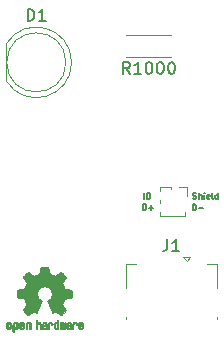
<source format=gbr>
%TF.GenerationSoftware,KiCad,Pcbnew,6.0.6*%
%TF.CreationDate,2022-07-13T22:25:43+03:00*%
%TF.ProjectId,led.d,6c65642e-642e-46b6-9963-61645f706362,0*%
%TF.SameCoordinates,Original*%
%TF.FileFunction,Legend,Top*%
%TF.FilePolarity,Positive*%
%FSLAX46Y46*%
G04 Gerber Fmt 4.6, Leading zero omitted, Abs format (unit mm)*
G04 Created by KiCad (PCBNEW 6.0.6) date 2022-07-13 22:25:43*
%MOMM*%
%LPD*%
G01*
G04 APERTURE LIST*
%ADD10C,0.127000*%
%ADD11C,0.150000*%
%ADD12C,0.120000*%
%ADD13C,0.010000*%
G04 APERTURE END LIST*
D10*
X74445304Y-272991319D02*
X74445304Y-272483319D01*
X74566256Y-272483319D01*
X74638828Y-272507510D01*
X74687208Y-272555890D01*
X74711399Y-272604271D01*
X74735589Y-272701033D01*
X74735589Y-272773605D01*
X74711399Y-272870367D01*
X74687208Y-272918748D01*
X74638828Y-272967129D01*
X74566256Y-272991319D01*
X74445304Y-272991319D01*
X74953304Y-272797795D02*
X75340351Y-272797795D01*
X75146828Y-272991319D02*
X75146828Y-272604271D01*
X74542665Y-272048921D02*
X74542665Y-271540921D01*
X74784569Y-272048921D02*
X74784569Y-271540921D01*
X74905522Y-271540921D01*
X74978093Y-271565112D01*
X75026474Y-271613492D01*
X75050665Y-271661873D01*
X75074855Y-271758635D01*
X75074855Y-271831207D01*
X75050665Y-271927969D01*
X75026474Y-271976350D01*
X74978093Y-272024731D01*
X74905522Y-272048921D01*
X74784569Y-272048921D01*
X78657248Y-273010552D02*
X78657248Y-272502552D01*
X78778200Y-272502552D01*
X78850772Y-272526743D01*
X78899152Y-272575123D01*
X78923343Y-272623504D01*
X78947533Y-272720266D01*
X78947533Y-272792838D01*
X78923343Y-272889600D01*
X78899152Y-272937981D01*
X78850772Y-272986362D01*
X78778200Y-273010552D01*
X78657248Y-273010552D01*
X79165248Y-272817028D02*
X79552295Y-272817028D01*
X78682204Y-272005498D02*
X78754776Y-272029688D01*
X78875728Y-272029688D01*
X78924109Y-272005498D01*
X78948300Y-271981307D01*
X78972490Y-271932926D01*
X78972490Y-271884545D01*
X78948300Y-271836164D01*
X78924109Y-271811974D01*
X78875728Y-271787783D01*
X78778966Y-271763593D01*
X78730585Y-271739402D01*
X78706395Y-271715212D01*
X78682204Y-271666831D01*
X78682204Y-271618450D01*
X78706395Y-271570069D01*
X78730585Y-271545879D01*
X78778966Y-271521688D01*
X78899919Y-271521688D01*
X78972490Y-271545879D01*
X79190204Y-272029688D02*
X79190204Y-271521688D01*
X79407919Y-272029688D02*
X79407919Y-271763593D01*
X79383728Y-271715212D01*
X79335347Y-271691021D01*
X79262776Y-271691021D01*
X79214395Y-271715212D01*
X79190204Y-271739402D01*
X79649823Y-272029688D02*
X79649823Y-271691021D01*
X79649823Y-271521688D02*
X79625633Y-271545879D01*
X79649823Y-271570069D01*
X79674014Y-271545879D01*
X79649823Y-271521688D01*
X79649823Y-271570069D01*
X80085252Y-272005498D02*
X80036871Y-272029688D01*
X79940109Y-272029688D01*
X79891728Y-272005498D01*
X79867538Y-271957117D01*
X79867538Y-271763593D01*
X79891728Y-271715212D01*
X79940109Y-271691021D01*
X80036871Y-271691021D01*
X80085252Y-271715212D01*
X80109442Y-271763593D01*
X80109442Y-271811974D01*
X79867538Y-271860355D01*
X80399728Y-272029688D02*
X80351347Y-272005498D01*
X80327157Y-271957117D01*
X80327157Y-271521688D01*
X80810966Y-272029688D02*
X80810966Y-271521688D01*
X80810966Y-272005498D02*
X80762585Y-272029688D01*
X80665823Y-272029688D01*
X80617442Y-272005498D01*
X80593252Y-271981307D01*
X80569061Y-271932926D01*
X80569061Y-271787783D01*
X80593252Y-271739402D01*
X80617442Y-271715212D01*
X80665823Y-271691021D01*
X80762585Y-271691021D01*
X80810966Y-271715212D01*
D11*
%TO.C,R1000*%
X73334761Y-261452380D02*
X73001428Y-260976190D01*
X72763333Y-261452380D02*
X72763333Y-260452380D01*
X73144285Y-260452380D01*
X73239523Y-260500000D01*
X73287142Y-260547619D01*
X73334761Y-260642857D01*
X73334761Y-260785714D01*
X73287142Y-260880952D01*
X73239523Y-260928571D01*
X73144285Y-260976190D01*
X72763333Y-260976190D01*
X74287142Y-261452380D02*
X73715714Y-261452380D01*
X74001428Y-261452380D02*
X74001428Y-260452380D01*
X73906190Y-260595238D01*
X73810952Y-260690476D01*
X73715714Y-260738095D01*
X74906190Y-260452380D02*
X75001428Y-260452380D01*
X75096666Y-260500000D01*
X75144285Y-260547619D01*
X75191904Y-260642857D01*
X75239523Y-260833333D01*
X75239523Y-261071428D01*
X75191904Y-261261904D01*
X75144285Y-261357142D01*
X75096666Y-261404761D01*
X75001428Y-261452380D01*
X74906190Y-261452380D01*
X74810952Y-261404761D01*
X74763333Y-261357142D01*
X74715714Y-261261904D01*
X74668095Y-261071428D01*
X74668095Y-260833333D01*
X74715714Y-260642857D01*
X74763333Y-260547619D01*
X74810952Y-260500000D01*
X74906190Y-260452380D01*
X75858571Y-260452380D02*
X75953809Y-260452380D01*
X76049047Y-260500000D01*
X76096666Y-260547619D01*
X76144285Y-260642857D01*
X76191904Y-260833333D01*
X76191904Y-261071428D01*
X76144285Y-261261904D01*
X76096666Y-261357142D01*
X76049047Y-261404761D01*
X75953809Y-261452380D01*
X75858571Y-261452380D01*
X75763333Y-261404761D01*
X75715714Y-261357142D01*
X75668095Y-261261904D01*
X75620476Y-261071428D01*
X75620476Y-260833333D01*
X75668095Y-260642857D01*
X75715714Y-260547619D01*
X75763333Y-260500000D01*
X75858571Y-260452380D01*
X76810952Y-260452380D02*
X76906190Y-260452380D01*
X77001428Y-260500000D01*
X77049047Y-260547619D01*
X77096666Y-260642857D01*
X77144285Y-260833333D01*
X77144285Y-261071428D01*
X77096666Y-261261904D01*
X77049047Y-261357142D01*
X77001428Y-261404761D01*
X76906190Y-261452380D01*
X76810952Y-261452380D01*
X76715714Y-261404761D01*
X76668095Y-261357142D01*
X76620476Y-261261904D01*
X76572857Y-261071428D01*
X76572857Y-260833333D01*
X76620476Y-260642857D01*
X76668095Y-260547619D01*
X76715714Y-260500000D01*
X76810952Y-260452380D01*
%TO.C,D1*%
X64681904Y-256977380D02*
X64681904Y-255977380D01*
X64920000Y-255977380D01*
X65062857Y-256025000D01*
X65158095Y-256120238D01*
X65205714Y-256215476D01*
X65253333Y-256405952D01*
X65253333Y-256548809D01*
X65205714Y-256739285D01*
X65158095Y-256834523D01*
X65062857Y-256929761D01*
X64920000Y-256977380D01*
X64681904Y-256977380D01*
X66205714Y-256977380D02*
X65634285Y-256977380D01*
X65920000Y-256977380D02*
X65920000Y-255977380D01*
X65824761Y-256120238D01*
X65729523Y-256215476D01*
X65634285Y-256263095D01*
%TO.C,J1*%
X76516666Y-275457380D02*
X76516666Y-276171666D01*
X76469047Y-276314523D01*
X76373809Y-276409761D01*
X76230952Y-276457380D01*
X76135714Y-276457380D01*
X77516666Y-276457380D02*
X76945238Y-276457380D01*
X77230952Y-276457380D02*
X77230952Y-275457380D01*
X77135714Y-275600238D01*
X77040476Y-275695476D01*
X76945238Y-275743095D01*
D12*
%TO.C,J2*%
X78030000Y-273490000D02*
X75910000Y-273490000D01*
X77470000Y-271070000D02*
X78155000Y-271070000D01*
X75910000Y-273174493D02*
X75910000Y-273490000D01*
X78030000Y-273174493D02*
X78030000Y-273490000D01*
X78155000Y-271070000D02*
X78155000Y-271780000D01*
X75910000Y-271070000D02*
X75910000Y-271385507D01*
X75910000Y-272174493D02*
X75910000Y-272385507D01*
X76785000Y-271070000D02*
X76785000Y-271171724D01*
X76785000Y-271070000D02*
X75910000Y-271070000D01*
%TO.C,R1000*%
X76850000Y-258160000D02*
X73010000Y-258160000D01*
X76850000Y-260000000D02*
X73010000Y-260000000D01*
%TO.C,D1*%
X62860000Y-258940000D02*
X62860000Y-262030000D01*
X68410000Y-260485462D02*
G75*
G03*
X62860000Y-258940170I-2990000J462D01*
G01*
X62860000Y-262029830D02*
G75*
G03*
X68410000Y-260484538I2560000J1544830D01*
G01*
X67920000Y-260485000D02*
G75*
G03*
X67920000Y-260485000I-2500000J0D01*
G01*
%TO.C,J1*%
X80720000Y-282005000D02*
X80720000Y-282255000D01*
X72980000Y-277535000D02*
X72980000Y-279605000D01*
X72980000Y-277535000D02*
X73850000Y-277535000D01*
X78150000Y-277305000D02*
X77850000Y-277005000D01*
X72980000Y-282005000D02*
X72980000Y-282255000D01*
X77850000Y-277005000D02*
X78450000Y-277005000D01*
X78150000Y-277305000D02*
X78450000Y-277005000D01*
X80720000Y-277535000D02*
X80720000Y-279605000D01*
X79850000Y-277535000D02*
X80720000Y-277535000D01*
%TO.C,REF\u002A\u002A*%
G36*
X66213910Y-277772518D02*
G01*
X66292454Y-277772948D01*
X66349298Y-277774112D01*
X66388105Y-277776377D01*
X66412538Y-277780110D01*
X66426262Y-277785676D01*
X66432940Y-277793443D01*
X66436236Y-277803775D01*
X66436556Y-277805113D01*
X66441562Y-277829249D01*
X66450829Y-277876871D01*
X66463392Y-277942911D01*
X66478287Y-278022298D01*
X66494551Y-278109966D01*
X66495119Y-278113045D01*
X66511410Y-278198959D01*
X66526652Y-278274866D01*
X66539861Y-278336215D01*
X66550054Y-278378452D01*
X66556248Y-278397025D01*
X66556543Y-278397354D01*
X66574788Y-278406423D01*
X66612405Y-278421537D01*
X66661271Y-278439432D01*
X66661543Y-278439528D01*
X66723093Y-278462663D01*
X66795657Y-278492135D01*
X66864057Y-278521767D01*
X66867294Y-278523232D01*
X66978702Y-278573796D01*
X67225399Y-278405330D01*
X67301077Y-278353973D01*
X67369631Y-278308059D01*
X67427088Y-278270200D01*
X67469476Y-278243007D01*
X67492825Y-278229091D01*
X67495042Y-278228059D01*
X67512010Y-278232654D01*
X67543701Y-278254825D01*
X67591352Y-278295617D01*
X67656198Y-278356075D01*
X67722397Y-278420397D01*
X67786214Y-278483782D01*
X67843329Y-278541621D01*
X67890305Y-278590345D01*
X67923703Y-278626380D01*
X67940085Y-278646154D01*
X67940694Y-278647172D01*
X67942505Y-278660742D01*
X67935683Y-278682903D01*
X67918540Y-278716648D01*
X67889393Y-278764970D01*
X67846555Y-278830862D01*
X67789448Y-278915687D01*
X67738766Y-278990347D01*
X67693461Y-279057310D01*
X67656150Y-279112686D01*
X67629452Y-279152590D01*
X67615985Y-279173132D01*
X67615137Y-279174526D01*
X67616781Y-279194208D01*
X67629245Y-279232463D01*
X67650048Y-279282059D01*
X67657462Y-279297898D01*
X67689814Y-279368460D01*
X67724328Y-279448523D01*
X67752365Y-279517799D01*
X67772568Y-279569215D01*
X67788615Y-279608289D01*
X67797888Y-279628711D01*
X67799041Y-279630284D01*
X67816096Y-279632891D01*
X67856298Y-279640033D01*
X67914302Y-279650693D01*
X67984763Y-279663855D01*
X68062335Y-279678503D01*
X68141672Y-279693619D01*
X68217431Y-279708188D01*
X68284264Y-279721192D01*
X68336828Y-279731615D01*
X68369776Y-279738440D01*
X68377857Y-279740369D01*
X68386205Y-279745132D01*
X68392506Y-279755888D01*
X68397045Y-279776268D01*
X68400104Y-279809904D01*
X68401967Y-279860425D01*
X68402918Y-279931462D01*
X68403240Y-280026646D01*
X68403257Y-280065662D01*
X68403257Y-280382969D01*
X68327057Y-280398009D01*
X68284663Y-280406165D01*
X68221400Y-280418069D01*
X68144962Y-280432286D01*
X68063043Y-280447380D01*
X68040400Y-280451525D01*
X67964806Y-280466223D01*
X67898953Y-280480675D01*
X67848366Y-280493545D01*
X67818574Y-280503492D01*
X67813612Y-280506457D01*
X67801426Y-280527453D01*
X67783953Y-280568137D01*
X67764577Y-280620492D01*
X67760734Y-280631770D01*
X67735339Y-280701693D01*
X67703817Y-280780588D01*
X67672969Y-280851436D01*
X67672817Y-280851765D01*
X67621447Y-280962903D01*
X67790399Y-281211423D01*
X67959352Y-281459942D01*
X67742429Y-281677228D01*
X67676819Y-281741896D01*
X67616979Y-281798903D01*
X67566267Y-281845203D01*
X67528046Y-281877754D01*
X67505675Y-281893513D01*
X67502466Y-281894513D01*
X67483626Y-281886639D01*
X67445180Y-281864748D01*
X67391330Y-281831437D01*
X67326276Y-281789301D01*
X67255940Y-281742113D01*
X67184555Y-281693980D01*
X67120908Y-281652098D01*
X67069041Y-281619041D01*
X67032995Y-281597388D01*
X67016867Y-281589713D01*
X66997189Y-281596207D01*
X66959875Y-281613320D01*
X66912621Y-281637496D01*
X66907612Y-281640183D01*
X66843977Y-281672097D01*
X66800341Y-281687749D01*
X66773202Y-281687915D01*
X66759057Y-281673374D01*
X66758975Y-281673170D01*
X66751905Y-281655949D01*
X66735042Y-281615069D01*
X66709695Y-281553695D01*
X66677171Y-281474989D01*
X66638778Y-281382117D01*
X66595822Y-281278242D01*
X66554222Y-281177672D01*
X66508504Y-281066686D01*
X66466526Y-280963873D01*
X66429548Y-280872385D01*
X66398827Y-280795371D01*
X66375622Y-280735985D01*
X66361190Y-280697379D01*
X66356743Y-280682970D01*
X66367896Y-280666442D01*
X66397069Y-280640100D01*
X66435971Y-280611057D01*
X66546757Y-280519209D01*
X66633351Y-280413929D01*
X66694716Y-280297436D01*
X66729815Y-280171946D01*
X66737608Y-280039677D01*
X66731943Y-279978627D01*
X66701078Y-279851965D01*
X66647920Y-279740111D01*
X66575767Y-279644171D01*
X66487917Y-279565246D01*
X66387665Y-279504440D01*
X66278310Y-279462857D01*
X66163147Y-279441598D01*
X66045475Y-279441769D01*
X65928590Y-279464471D01*
X65815789Y-279510808D01*
X65710369Y-279581883D01*
X65666368Y-279622081D01*
X65581979Y-279725299D01*
X65523222Y-279838095D01*
X65489704Y-279957180D01*
X65481035Y-280079265D01*
X65496823Y-280201063D01*
X65536678Y-280319286D01*
X65600207Y-280430645D01*
X65687021Y-280531854D01*
X65784029Y-280611057D01*
X65824437Y-280641332D01*
X65852982Y-280667389D01*
X65863257Y-280682995D01*
X65857877Y-280700013D01*
X65842575Y-280740670D01*
X65818612Y-280801812D01*
X65787244Y-280880289D01*
X65749732Y-280972950D01*
X65707333Y-281076642D01*
X65665663Y-281177696D01*
X65619690Y-281288777D01*
X65577107Y-281391711D01*
X65539221Y-281483335D01*
X65507340Y-281560486D01*
X65482771Y-281620001D01*
X65466820Y-281658714D01*
X65460910Y-281673170D01*
X65446948Y-281687855D01*
X65419940Y-281687812D01*
X65376413Y-281672269D01*
X65312890Y-281640454D01*
X65312388Y-281640183D01*
X65264560Y-281615493D01*
X65225897Y-281597508D01*
X65204095Y-281589784D01*
X65203133Y-281589713D01*
X65186721Y-281597548D01*
X65150487Y-281619335D01*
X65098474Y-281652498D01*
X65034725Y-281694461D01*
X64964060Y-281742113D01*
X64892116Y-281790361D01*
X64827274Y-281832321D01*
X64773735Y-281865397D01*
X64735697Y-281886991D01*
X64717533Y-281894513D01*
X64700808Y-281884627D01*
X64667180Y-281856996D01*
X64620010Y-281814665D01*
X64562658Y-281760675D01*
X64498484Y-281698069D01*
X64477497Y-281677153D01*
X64260499Y-281459793D01*
X64425668Y-281217390D01*
X64475864Y-281142951D01*
X64519919Y-281076142D01*
X64555362Y-281020835D01*
X64579719Y-280980899D01*
X64590522Y-280960206D01*
X64590838Y-280958733D01*
X64585143Y-280939228D01*
X64569826Y-280899992D01*
X64547537Y-280847600D01*
X64531893Y-280812525D01*
X64502641Y-280745371D01*
X64475094Y-280677528D01*
X64453737Y-280620204D01*
X64447935Y-280602742D01*
X64431452Y-280556108D01*
X64415340Y-280520075D01*
X64406490Y-280506457D01*
X64386960Y-280498122D01*
X64344334Y-280486307D01*
X64284145Y-280472351D01*
X64211922Y-280457592D01*
X64179600Y-280451525D01*
X64097522Y-280436443D01*
X64018795Y-280421839D01*
X63951109Y-280409150D01*
X63902160Y-280399812D01*
X63892943Y-280398009D01*
X63816743Y-280382969D01*
X63816743Y-280065662D01*
X63816914Y-279961324D01*
X63817616Y-279882383D01*
X63819134Y-279825208D01*
X63821749Y-279786169D01*
X63825746Y-279761635D01*
X63831409Y-279747975D01*
X63839020Y-279741559D01*
X63842143Y-279740369D01*
X63860978Y-279736150D01*
X63902588Y-279727732D01*
X63961630Y-279716131D01*
X64032757Y-279702365D01*
X64110625Y-279687450D01*
X64189887Y-279672402D01*
X64265198Y-279658239D01*
X64331213Y-279645976D01*
X64382587Y-279636631D01*
X64413975Y-279631220D01*
X64420959Y-279630284D01*
X64427285Y-279617766D01*
X64441290Y-279584416D01*
X64460355Y-279536547D01*
X64467634Y-279517799D01*
X64496996Y-279445365D01*
X64531571Y-279365340D01*
X64562537Y-279297898D01*
X64585323Y-279246329D01*
X64600482Y-279203955D01*
X64605542Y-279178004D01*
X64604736Y-279174526D01*
X64594041Y-279158106D01*
X64569620Y-279121587D01*
X64534095Y-279068857D01*
X64490087Y-279003805D01*
X64440217Y-278930321D01*
X64430356Y-278915815D01*
X64372492Y-278829874D01*
X64329956Y-278764431D01*
X64301054Y-278716474D01*
X64284090Y-278682990D01*
X64277367Y-278660965D01*
X64279190Y-278647387D01*
X64279236Y-278647301D01*
X64293586Y-278629467D01*
X64325323Y-278594987D01*
X64371010Y-278547438D01*
X64427204Y-278490392D01*
X64490468Y-278427425D01*
X64497602Y-278420397D01*
X64577330Y-278343190D01*
X64638857Y-278286500D01*
X64683421Y-278249280D01*
X64712257Y-278230485D01*
X64724958Y-278228059D01*
X64743494Y-278238641D01*
X64781961Y-278263086D01*
X64836386Y-278298782D01*
X64902798Y-278343117D01*
X64977225Y-278393481D01*
X64994601Y-278405330D01*
X65241297Y-278573796D01*
X65352706Y-278523232D01*
X65420457Y-278493765D01*
X65493183Y-278464129D01*
X65555703Y-278440500D01*
X65558457Y-278439528D01*
X65607360Y-278421627D01*
X65645057Y-278406490D01*
X65663425Y-278397380D01*
X65663456Y-278397354D01*
X65669285Y-278380887D01*
X65679192Y-278340389D01*
X65692195Y-278280412D01*
X65707309Y-278205510D01*
X65723552Y-278120234D01*
X65724881Y-278113045D01*
X65741175Y-278025184D01*
X65756133Y-277945430D01*
X65768791Y-277878851D01*
X65778186Y-277830517D01*
X65783354Y-277805495D01*
X65783444Y-277805113D01*
X65786589Y-277794469D01*
X65792704Y-277786432D01*
X65805453Y-277780637D01*
X65828500Y-277776717D01*
X65865509Y-277774305D01*
X65920144Y-277773035D01*
X65996067Y-277772541D01*
X66096944Y-277772456D01*
X66110000Y-277772456D01*
X66213910Y-277772518D01*
G37*
D13*
X66213910Y-277772518D02*
X66292454Y-277772948D01*
X66349298Y-277774112D01*
X66388105Y-277776377D01*
X66412538Y-277780110D01*
X66426262Y-277785676D01*
X66432940Y-277793443D01*
X66436236Y-277803775D01*
X66436556Y-277805113D01*
X66441562Y-277829249D01*
X66450829Y-277876871D01*
X66463392Y-277942911D01*
X66478287Y-278022298D01*
X66494551Y-278109966D01*
X66495119Y-278113045D01*
X66511410Y-278198959D01*
X66526652Y-278274866D01*
X66539861Y-278336215D01*
X66550054Y-278378452D01*
X66556248Y-278397025D01*
X66556543Y-278397354D01*
X66574788Y-278406423D01*
X66612405Y-278421537D01*
X66661271Y-278439432D01*
X66661543Y-278439528D01*
X66723093Y-278462663D01*
X66795657Y-278492135D01*
X66864057Y-278521767D01*
X66867294Y-278523232D01*
X66978702Y-278573796D01*
X67225399Y-278405330D01*
X67301077Y-278353973D01*
X67369631Y-278308059D01*
X67427088Y-278270200D01*
X67469476Y-278243007D01*
X67492825Y-278229091D01*
X67495042Y-278228059D01*
X67512010Y-278232654D01*
X67543701Y-278254825D01*
X67591352Y-278295617D01*
X67656198Y-278356075D01*
X67722397Y-278420397D01*
X67786214Y-278483782D01*
X67843329Y-278541621D01*
X67890305Y-278590345D01*
X67923703Y-278626380D01*
X67940085Y-278646154D01*
X67940694Y-278647172D01*
X67942505Y-278660742D01*
X67935683Y-278682903D01*
X67918540Y-278716648D01*
X67889393Y-278764970D01*
X67846555Y-278830862D01*
X67789448Y-278915687D01*
X67738766Y-278990347D01*
X67693461Y-279057310D01*
X67656150Y-279112686D01*
X67629452Y-279152590D01*
X67615985Y-279173132D01*
X67615137Y-279174526D01*
X67616781Y-279194208D01*
X67629245Y-279232463D01*
X67650048Y-279282059D01*
X67657462Y-279297898D01*
X67689814Y-279368460D01*
X67724328Y-279448523D01*
X67752365Y-279517799D01*
X67772568Y-279569215D01*
X67788615Y-279608289D01*
X67797888Y-279628711D01*
X67799041Y-279630284D01*
X67816096Y-279632891D01*
X67856298Y-279640033D01*
X67914302Y-279650693D01*
X67984763Y-279663855D01*
X68062335Y-279678503D01*
X68141672Y-279693619D01*
X68217431Y-279708188D01*
X68284264Y-279721192D01*
X68336828Y-279731615D01*
X68369776Y-279738440D01*
X68377857Y-279740369D01*
X68386205Y-279745132D01*
X68392506Y-279755888D01*
X68397045Y-279776268D01*
X68400104Y-279809904D01*
X68401967Y-279860425D01*
X68402918Y-279931462D01*
X68403240Y-280026646D01*
X68403257Y-280065662D01*
X68403257Y-280382969D01*
X68327057Y-280398009D01*
X68284663Y-280406165D01*
X68221400Y-280418069D01*
X68144962Y-280432286D01*
X68063043Y-280447380D01*
X68040400Y-280451525D01*
X67964806Y-280466223D01*
X67898953Y-280480675D01*
X67848366Y-280493545D01*
X67818574Y-280503492D01*
X67813612Y-280506457D01*
X67801426Y-280527453D01*
X67783953Y-280568137D01*
X67764577Y-280620492D01*
X67760734Y-280631770D01*
X67735339Y-280701693D01*
X67703817Y-280780588D01*
X67672969Y-280851436D01*
X67672817Y-280851765D01*
X67621447Y-280962903D01*
X67790399Y-281211423D01*
X67959352Y-281459942D01*
X67742429Y-281677228D01*
X67676819Y-281741896D01*
X67616979Y-281798903D01*
X67566267Y-281845203D01*
X67528046Y-281877754D01*
X67505675Y-281893513D01*
X67502466Y-281894513D01*
X67483626Y-281886639D01*
X67445180Y-281864748D01*
X67391330Y-281831437D01*
X67326276Y-281789301D01*
X67255940Y-281742113D01*
X67184555Y-281693980D01*
X67120908Y-281652098D01*
X67069041Y-281619041D01*
X67032995Y-281597388D01*
X67016867Y-281589713D01*
X66997189Y-281596207D01*
X66959875Y-281613320D01*
X66912621Y-281637496D01*
X66907612Y-281640183D01*
X66843977Y-281672097D01*
X66800341Y-281687749D01*
X66773202Y-281687915D01*
X66759057Y-281673374D01*
X66758975Y-281673170D01*
X66751905Y-281655949D01*
X66735042Y-281615069D01*
X66709695Y-281553695D01*
X66677171Y-281474989D01*
X66638778Y-281382117D01*
X66595822Y-281278242D01*
X66554222Y-281177672D01*
X66508504Y-281066686D01*
X66466526Y-280963873D01*
X66429548Y-280872385D01*
X66398827Y-280795371D01*
X66375622Y-280735985D01*
X66361190Y-280697379D01*
X66356743Y-280682970D01*
X66367896Y-280666442D01*
X66397069Y-280640100D01*
X66435971Y-280611057D01*
X66546757Y-280519209D01*
X66633351Y-280413929D01*
X66694716Y-280297436D01*
X66729815Y-280171946D01*
X66737608Y-280039677D01*
X66731943Y-279978627D01*
X66701078Y-279851965D01*
X66647920Y-279740111D01*
X66575767Y-279644171D01*
X66487917Y-279565246D01*
X66387665Y-279504440D01*
X66278310Y-279462857D01*
X66163147Y-279441598D01*
X66045475Y-279441769D01*
X65928590Y-279464471D01*
X65815789Y-279510808D01*
X65710369Y-279581883D01*
X65666368Y-279622081D01*
X65581979Y-279725299D01*
X65523222Y-279838095D01*
X65489704Y-279957180D01*
X65481035Y-280079265D01*
X65496823Y-280201063D01*
X65536678Y-280319286D01*
X65600207Y-280430645D01*
X65687021Y-280531854D01*
X65784029Y-280611057D01*
X65824437Y-280641332D01*
X65852982Y-280667389D01*
X65863257Y-280682995D01*
X65857877Y-280700013D01*
X65842575Y-280740670D01*
X65818612Y-280801812D01*
X65787244Y-280880289D01*
X65749732Y-280972950D01*
X65707333Y-281076642D01*
X65665663Y-281177696D01*
X65619690Y-281288777D01*
X65577107Y-281391711D01*
X65539221Y-281483335D01*
X65507340Y-281560486D01*
X65482771Y-281620001D01*
X65466820Y-281658714D01*
X65460910Y-281673170D01*
X65446948Y-281687855D01*
X65419940Y-281687812D01*
X65376413Y-281672269D01*
X65312890Y-281640454D01*
X65312388Y-281640183D01*
X65264560Y-281615493D01*
X65225897Y-281597508D01*
X65204095Y-281589784D01*
X65203133Y-281589713D01*
X65186721Y-281597548D01*
X65150487Y-281619335D01*
X65098474Y-281652498D01*
X65034725Y-281694461D01*
X64964060Y-281742113D01*
X64892116Y-281790361D01*
X64827274Y-281832321D01*
X64773735Y-281865397D01*
X64735697Y-281886991D01*
X64717533Y-281894513D01*
X64700808Y-281884627D01*
X64667180Y-281856996D01*
X64620010Y-281814665D01*
X64562658Y-281760675D01*
X64498484Y-281698069D01*
X64477497Y-281677153D01*
X64260499Y-281459793D01*
X64425668Y-281217390D01*
X64475864Y-281142951D01*
X64519919Y-281076142D01*
X64555362Y-281020835D01*
X64579719Y-280980899D01*
X64590522Y-280960206D01*
X64590838Y-280958733D01*
X64585143Y-280939228D01*
X64569826Y-280899992D01*
X64547537Y-280847600D01*
X64531893Y-280812525D01*
X64502641Y-280745371D01*
X64475094Y-280677528D01*
X64453737Y-280620204D01*
X64447935Y-280602742D01*
X64431452Y-280556108D01*
X64415340Y-280520075D01*
X64406490Y-280506457D01*
X64386960Y-280498122D01*
X64344334Y-280486307D01*
X64284145Y-280472351D01*
X64211922Y-280457592D01*
X64179600Y-280451525D01*
X64097522Y-280436443D01*
X64018795Y-280421839D01*
X63951109Y-280409150D01*
X63902160Y-280399812D01*
X63892943Y-280398009D01*
X63816743Y-280382969D01*
X63816743Y-280065662D01*
X63816914Y-279961324D01*
X63817616Y-279882383D01*
X63819134Y-279825208D01*
X63821749Y-279786169D01*
X63825746Y-279761635D01*
X63831409Y-279747975D01*
X63839020Y-279741559D01*
X63842143Y-279740369D01*
X63860978Y-279736150D01*
X63902588Y-279727732D01*
X63961630Y-279716131D01*
X64032757Y-279702365D01*
X64110625Y-279687450D01*
X64189887Y-279672402D01*
X64265198Y-279658239D01*
X64331213Y-279645976D01*
X64382587Y-279636631D01*
X64413975Y-279631220D01*
X64420959Y-279630284D01*
X64427285Y-279617766D01*
X64441290Y-279584416D01*
X64460355Y-279536547D01*
X64467634Y-279517799D01*
X64496996Y-279445365D01*
X64531571Y-279365340D01*
X64562537Y-279297898D01*
X64585323Y-279246329D01*
X64600482Y-279203955D01*
X64605542Y-279178004D01*
X64604736Y-279174526D01*
X64594041Y-279158106D01*
X64569620Y-279121587D01*
X64534095Y-279068857D01*
X64490087Y-279003805D01*
X64440217Y-278930321D01*
X64430356Y-278915815D01*
X64372492Y-278829874D01*
X64329956Y-278764431D01*
X64301054Y-278716474D01*
X64284090Y-278682990D01*
X64277367Y-278660965D01*
X64279190Y-278647387D01*
X64279236Y-278647301D01*
X64293586Y-278629467D01*
X64325323Y-278594987D01*
X64371010Y-278547438D01*
X64427204Y-278490392D01*
X64490468Y-278427425D01*
X64497602Y-278420397D01*
X64577330Y-278343190D01*
X64638857Y-278286500D01*
X64683421Y-278249280D01*
X64712257Y-278230485D01*
X64724958Y-278228059D01*
X64743494Y-278238641D01*
X64781961Y-278263086D01*
X64836386Y-278298782D01*
X64902798Y-278343117D01*
X64977225Y-278393481D01*
X64994601Y-278405330D01*
X65241297Y-278573796D01*
X65352706Y-278523232D01*
X65420457Y-278493765D01*
X65493183Y-278464129D01*
X65555703Y-278440500D01*
X65558457Y-278439528D01*
X65607360Y-278421627D01*
X65645057Y-278406490D01*
X65663425Y-278397380D01*
X65663456Y-278397354D01*
X65669285Y-278380887D01*
X65679192Y-278340389D01*
X65692195Y-278280412D01*
X65707309Y-278205510D01*
X65723552Y-278120234D01*
X65724881Y-278113045D01*
X65741175Y-278025184D01*
X65756133Y-277945430D01*
X65768791Y-277878851D01*
X65778186Y-277830517D01*
X65783354Y-277805495D01*
X65783444Y-277805113D01*
X65786589Y-277794469D01*
X65792704Y-277786432D01*
X65805453Y-277780637D01*
X65828500Y-277776717D01*
X65865509Y-277774305D01*
X65920144Y-277773035D01*
X65996067Y-277772541D01*
X66096944Y-277772456D01*
X66110000Y-277772456D01*
X66213910Y-277772518D01*
G36*
X62847096Y-282638329D02*
G01*
X62852068Y-282602119D01*
X62860713Y-282575469D01*
X62874005Y-282551892D01*
X62876943Y-282547508D01*
X62926313Y-282488419D01*
X62980109Y-282454117D01*
X63045602Y-282440501D01*
X63067842Y-282439835D01*
X63151115Y-282452132D01*
X63219145Y-282487903D01*
X63269351Y-282545471D01*
X63287185Y-282582482D01*
X63301063Y-282638052D01*
X63308167Y-282708266D01*
X63308840Y-282784897D01*
X63303427Y-282859722D01*
X63292270Y-282924512D01*
X63275714Y-282971043D01*
X63270626Y-282979057D01*
X63210355Y-283038877D01*
X63138769Y-283074705D01*
X63061092Y-283085190D01*
X62982548Y-283068980D01*
X62960689Y-283059262D01*
X62918122Y-283029313D01*
X62880763Y-282989603D01*
X62877232Y-282984567D01*
X62862881Y-282960294D01*
X62853394Y-282934348D01*
X62847790Y-282900192D01*
X62845086Y-282851289D01*
X62844299Y-282781105D01*
X62844286Y-282765370D01*
X62844322Y-282760362D01*
X62989429Y-282760362D01*
X62990273Y-282826600D01*
X62993596Y-282870556D01*
X63000583Y-282898949D01*
X63012416Y-282918495D01*
X63018457Y-282925027D01*
X63053186Y-282949850D01*
X63086903Y-282948718D01*
X63120995Y-282927186D01*
X63141329Y-282904199D01*
X63153371Y-282870648D01*
X63160134Y-282817739D01*
X63160598Y-282811569D01*
X63161752Y-282715683D01*
X63149688Y-282644469D01*
X63124570Y-282598364D01*
X63086560Y-282577805D01*
X63072992Y-282576684D01*
X63037364Y-282582322D01*
X63012994Y-282601856D01*
X62998093Y-282639212D01*
X62990875Y-282698320D01*
X62989429Y-282760362D01*
X62844322Y-282760362D01*
X62844826Y-282690583D01*
X62847096Y-282638329D01*
G37*
X62847096Y-282638329D02*
X62852068Y-282602119D01*
X62860713Y-282575469D01*
X62874005Y-282551892D01*
X62876943Y-282547508D01*
X62926313Y-282488419D01*
X62980109Y-282454117D01*
X63045602Y-282440501D01*
X63067842Y-282439835D01*
X63151115Y-282452132D01*
X63219145Y-282487903D01*
X63269351Y-282545471D01*
X63287185Y-282582482D01*
X63301063Y-282638052D01*
X63308167Y-282708266D01*
X63308840Y-282784897D01*
X63303427Y-282859722D01*
X63292270Y-282924512D01*
X63275714Y-282971043D01*
X63270626Y-282979057D01*
X63210355Y-283038877D01*
X63138769Y-283074705D01*
X63061092Y-283085190D01*
X62982548Y-283068980D01*
X62960689Y-283059262D01*
X62918122Y-283029313D01*
X62880763Y-282989603D01*
X62877232Y-282984567D01*
X62862881Y-282960294D01*
X62853394Y-282934348D01*
X62847790Y-282900192D01*
X62845086Y-282851289D01*
X62844299Y-282781105D01*
X62844286Y-282765370D01*
X62844322Y-282760362D01*
X62989429Y-282760362D01*
X62990273Y-282826600D01*
X62993596Y-282870556D01*
X63000583Y-282898949D01*
X63012416Y-282918495D01*
X63018457Y-282925027D01*
X63053186Y-282949850D01*
X63086903Y-282948718D01*
X63120995Y-282927186D01*
X63141329Y-282904199D01*
X63153371Y-282870648D01*
X63160134Y-282817739D01*
X63160598Y-282811569D01*
X63161752Y-282715683D01*
X63149688Y-282644469D01*
X63124570Y-282598364D01*
X63086560Y-282577805D01*
X63072992Y-282576684D01*
X63037364Y-282582322D01*
X63012994Y-282601856D01*
X62998093Y-282639212D01*
X62990875Y-282698320D01*
X62989429Y-282760362D01*
X62844322Y-282760362D01*
X62844826Y-282690583D01*
X62847096Y-282638329D01*
G36*
X68978196Y-282625554D02*
G01*
X68991884Y-282576865D01*
X69014096Y-282541019D01*
X69046574Y-282512683D01*
X69060733Y-282503525D01*
X69125053Y-282479677D01*
X69195473Y-282478176D01*
X69263595Y-282497136D01*
X69321021Y-282534667D01*
X69348719Y-282568266D01*
X69370662Y-282629234D01*
X69372405Y-282677478D01*
X69368457Y-282741986D01*
X69219686Y-282807104D01*
X69147349Y-282840372D01*
X69100084Y-282867134D01*
X69075507Y-282890314D01*
X69071237Y-282912837D01*
X69084889Y-282937625D01*
X69099943Y-282954056D01*
X69143746Y-282980405D01*
X69191389Y-282982251D01*
X69235145Y-282961716D01*
X69267289Y-282920922D01*
X69273038Y-282906517D01*
X69300576Y-282861526D01*
X69332258Y-282842352D01*
X69375714Y-282825949D01*
X69375714Y-282888136D01*
X69371872Y-282930453D01*
X69356823Y-282966139D01*
X69325280Y-283007113D01*
X69320592Y-283012437D01*
X69285506Y-283048890D01*
X69255347Y-283068453D01*
X69217615Y-283077453D01*
X69186335Y-283080400D01*
X69130385Y-283081135D01*
X69090555Y-283071830D01*
X69065708Y-283058016D01*
X69026656Y-283027637D01*
X68999625Y-282994783D01*
X68982517Y-282953464D01*
X68973238Y-282897691D01*
X68969693Y-282821475D01*
X68969410Y-282782792D01*
X68970372Y-282736417D01*
X69058007Y-282736417D01*
X69059023Y-282761296D01*
X69061556Y-282765370D01*
X69078274Y-282759835D01*
X69114249Y-282745187D01*
X69162331Y-282724360D01*
X69172386Y-282719884D01*
X69233152Y-282688984D01*
X69266632Y-282661827D01*
X69273990Y-282636390D01*
X69256391Y-282610651D01*
X69241856Y-282599279D01*
X69189410Y-282576534D01*
X69140322Y-282580292D01*
X69099227Y-282608054D01*
X69070758Y-282657322D01*
X69061631Y-282696427D01*
X69058007Y-282736417D01*
X68970372Y-282736417D01*
X68971285Y-282692419D01*
X68978196Y-282625554D01*
G37*
X68978196Y-282625554D02*
X68991884Y-282576865D01*
X69014096Y-282541019D01*
X69046574Y-282512683D01*
X69060733Y-282503525D01*
X69125053Y-282479677D01*
X69195473Y-282478176D01*
X69263595Y-282497136D01*
X69321021Y-282534667D01*
X69348719Y-282568266D01*
X69370662Y-282629234D01*
X69372405Y-282677478D01*
X69368457Y-282741986D01*
X69219686Y-282807104D01*
X69147349Y-282840372D01*
X69100084Y-282867134D01*
X69075507Y-282890314D01*
X69071237Y-282912837D01*
X69084889Y-282937625D01*
X69099943Y-282954056D01*
X69143746Y-282980405D01*
X69191389Y-282982251D01*
X69235145Y-282961716D01*
X69267289Y-282920922D01*
X69273038Y-282906517D01*
X69300576Y-282861526D01*
X69332258Y-282842352D01*
X69375714Y-282825949D01*
X69375714Y-282888136D01*
X69371872Y-282930453D01*
X69356823Y-282966139D01*
X69325280Y-283007113D01*
X69320592Y-283012437D01*
X69285506Y-283048890D01*
X69255347Y-283068453D01*
X69217615Y-283077453D01*
X69186335Y-283080400D01*
X69130385Y-283081135D01*
X69090555Y-283071830D01*
X69065708Y-283058016D01*
X69026656Y-283027637D01*
X68999625Y-282994783D01*
X68982517Y-282953464D01*
X68973238Y-282897691D01*
X68969693Y-282821475D01*
X68969410Y-282782792D01*
X68970372Y-282736417D01*
X69058007Y-282736417D01*
X69059023Y-282761296D01*
X69061556Y-282765370D01*
X69078274Y-282759835D01*
X69114249Y-282745187D01*
X69162331Y-282724360D01*
X69172386Y-282719884D01*
X69233152Y-282688984D01*
X69266632Y-282661827D01*
X69273990Y-282636390D01*
X69256391Y-282610651D01*
X69241856Y-282599279D01*
X69189410Y-282576534D01*
X69140322Y-282580292D01*
X69099227Y-282608054D01*
X69070758Y-282657322D01*
X69061631Y-282696427D01*
X69058007Y-282736417D01*
X68970372Y-282736417D01*
X68971285Y-282692419D01*
X68978196Y-282625554D01*
G36*
X63981550Y-282566382D02*
G01*
X64015456Y-282517472D01*
X64076653Y-282468048D01*
X64144063Y-282443529D01*
X64212880Y-282441967D01*
X64278303Y-282461409D01*
X64335527Y-282499905D01*
X64379749Y-282555505D01*
X64406167Y-282626256D01*
X64411510Y-282678332D01*
X64410903Y-282700063D01*
X64405822Y-282716701D01*
X64391855Y-282731607D01*
X64364589Y-282748143D01*
X64319612Y-282769668D01*
X64252511Y-282799544D01*
X64252171Y-282799694D01*
X64190407Y-282827983D01*
X64139759Y-282853103D01*
X64105404Y-282872349D01*
X64092518Y-282883018D01*
X64092514Y-282883104D01*
X64103872Y-282906336D01*
X64130431Y-282931944D01*
X64160923Y-282950391D01*
X64176370Y-282954056D01*
X64218515Y-282941382D01*
X64254808Y-282909641D01*
X64272517Y-282874742D01*
X64289552Y-282849015D01*
X64322922Y-282819716D01*
X64362149Y-282794405D01*
X64396756Y-282780641D01*
X64403993Y-282779884D01*
X64412139Y-282792330D01*
X64412630Y-282824142D01*
X64406643Y-282867036D01*
X64395357Y-282912728D01*
X64379950Y-282952931D01*
X64379171Y-282954492D01*
X64332804Y-283019232D01*
X64272711Y-283063267D01*
X64204465Y-283084881D01*
X64133638Y-283082355D01*
X64065804Y-283053974D01*
X64062788Y-283051978D01*
X64009427Y-283003618D01*
X63974340Y-282940522D01*
X63954922Y-282857557D01*
X63952316Y-282834248D01*
X63947701Y-282724225D01*
X63953233Y-282672918D01*
X64092514Y-282672918D01*
X64094324Y-282704923D01*
X64104222Y-282714263D01*
X64128898Y-282707275D01*
X64167795Y-282690757D01*
X64211275Y-282670051D01*
X64212356Y-282669503D01*
X64249209Y-282650119D01*
X64264000Y-282637183D01*
X64260353Y-282623621D01*
X64244995Y-282605802D01*
X64205923Y-282580015D01*
X64163846Y-282578120D01*
X64126103Y-282596887D01*
X64100034Y-282633085D01*
X64092514Y-282672918D01*
X63953233Y-282672918D01*
X63957194Y-282636197D01*
X63981550Y-282566382D01*
G37*
X63981550Y-282566382D02*
X64015456Y-282517472D01*
X64076653Y-282468048D01*
X64144063Y-282443529D01*
X64212880Y-282441967D01*
X64278303Y-282461409D01*
X64335527Y-282499905D01*
X64379749Y-282555505D01*
X64406167Y-282626256D01*
X64411510Y-282678332D01*
X64410903Y-282700063D01*
X64405822Y-282716701D01*
X64391855Y-282731607D01*
X64364589Y-282748143D01*
X64319612Y-282769668D01*
X64252511Y-282799544D01*
X64252171Y-282799694D01*
X64190407Y-282827983D01*
X64139759Y-282853103D01*
X64105404Y-282872349D01*
X64092518Y-282883018D01*
X64092514Y-282883104D01*
X64103872Y-282906336D01*
X64130431Y-282931944D01*
X64160923Y-282950391D01*
X64176370Y-282954056D01*
X64218515Y-282941382D01*
X64254808Y-282909641D01*
X64272517Y-282874742D01*
X64289552Y-282849015D01*
X64322922Y-282819716D01*
X64362149Y-282794405D01*
X64396756Y-282780641D01*
X64403993Y-282779884D01*
X64412139Y-282792330D01*
X64412630Y-282824142D01*
X64406643Y-282867036D01*
X64395357Y-282912728D01*
X64379950Y-282952931D01*
X64379171Y-282954492D01*
X64332804Y-283019232D01*
X64272711Y-283063267D01*
X64204465Y-283084881D01*
X64133638Y-283082355D01*
X64065804Y-283053974D01*
X64062788Y-283051978D01*
X64009427Y-283003618D01*
X63974340Y-282940522D01*
X63954922Y-282857557D01*
X63952316Y-282834248D01*
X63947701Y-282724225D01*
X63953233Y-282672918D01*
X64092514Y-282672918D01*
X64094324Y-282704923D01*
X64104222Y-282714263D01*
X64128898Y-282707275D01*
X64167795Y-282690757D01*
X64211275Y-282670051D01*
X64212356Y-282669503D01*
X64249209Y-282650119D01*
X64264000Y-282637183D01*
X64260353Y-282623621D01*
X64244995Y-282605802D01*
X64205923Y-282580015D01*
X64163846Y-282578120D01*
X64126103Y-282596887D01*
X64100034Y-282633085D01*
X64092514Y-282672918D01*
X63953233Y-282672918D01*
X63957194Y-282636197D01*
X63981550Y-282566382D01*
G36*
X66149744Y-282481138D02*
G01*
X66206616Y-282502257D01*
X66207267Y-282502663D01*
X66242440Y-282528550D01*
X66268407Y-282558803D01*
X66286670Y-282598228D01*
X66298732Y-282651632D01*
X66306096Y-282723821D01*
X66310264Y-282819602D01*
X66310629Y-282833248D01*
X66315876Y-283039012D01*
X66271716Y-283061848D01*
X66239763Y-283077280D01*
X66220470Y-283084593D01*
X66219578Y-283084684D01*
X66216239Y-283071192D01*
X66213587Y-283034796D01*
X66211956Y-282981622D01*
X66211600Y-282938563D01*
X66211592Y-282868811D01*
X66208403Y-282825007D01*
X66197288Y-282804114D01*
X66173501Y-282803095D01*
X66132296Y-282818911D01*
X66070086Y-282847985D01*
X66024341Y-282872133D01*
X66000813Y-282893083D01*
X65993896Y-282915917D01*
X65993886Y-282917047D01*
X66005299Y-282956382D01*
X66039092Y-282977632D01*
X66090809Y-282980709D01*
X66128061Y-282980176D01*
X66147703Y-282990905D01*
X66159952Y-283016675D01*
X66167002Y-283049507D01*
X66156842Y-283068136D01*
X66153017Y-283070802D01*
X66117001Y-283081510D01*
X66066566Y-283083026D01*
X66014626Y-283075929D01*
X65977822Y-283062958D01*
X65926938Y-283019755D01*
X65898014Y-282959616D01*
X65892286Y-282912632D01*
X65896657Y-282870252D01*
X65912475Y-282835658D01*
X65943797Y-282804933D01*
X65994678Y-282774160D01*
X66069176Y-282739422D01*
X66073714Y-282737458D01*
X66140821Y-282706457D01*
X66182232Y-282681032D01*
X66199981Y-282658184D01*
X66196107Y-282634915D01*
X66172643Y-282608226D01*
X66165627Y-282602084D01*
X66118630Y-282578270D01*
X66069933Y-282579273D01*
X66027522Y-282602621D01*
X65999384Y-282645845D01*
X65996769Y-282654330D01*
X65971308Y-282695478D01*
X65939001Y-282715298D01*
X65892286Y-282734940D01*
X65892286Y-282684120D01*
X65906496Y-282610252D01*
X65948675Y-282542497D01*
X65970624Y-282519831D01*
X66020517Y-282490739D01*
X66083967Y-282477570D01*
X66149744Y-282481138D01*
G37*
X66149744Y-282481138D02*
X66206616Y-282502257D01*
X66207267Y-282502663D01*
X66242440Y-282528550D01*
X66268407Y-282558803D01*
X66286670Y-282598228D01*
X66298732Y-282651632D01*
X66306096Y-282723821D01*
X66310264Y-282819602D01*
X66310629Y-282833248D01*
X66315876Y-283039012D01*
X66271716Y-283061848D01*
X66239763Y-283077280D01*
X66220470Y-283084593D01*
X66219578Y-283084684D01*
X66216239Y-283071192D01*
X66213587Y-283034796D01*
X66211956Y-282981622D01*
X66211600Y-282938563D01*
X66211592Y-282868811D01*
X66208403Y-282825007D01*
X66197288Y-282804114D01*
X66173501Y-282803095D01*
X66132296Y-282818911D01*
X66070086Y-282847985D01*
X66024341Y-282872133D01*
X66000813Y-282893083D01*
X65993896Y-282915917D01*
X65993886Y-282917047D01*
X66005299Y-282956382D01*
X66039092Y-282977632D01*
X66090809Y-282980709D01*
X66128061Y-282980176D01*
X66147703Y-282990905D01*
X66159952Y-283016675D01*
X66167002Y-283049507D01*
X66156842Y-283068136D01*
X66153017Y-283070802D01*
X66117001Y-283081510D01*
X66066566Y-283083026D01*
X66014626Y-283075929D01*
X65977822Y-283062958D01*
X65926938Y-283019755D01*
X65898014Y-282959616D01*
X65892286Y-282912632D01*
X65896657Y-282870252D01*
X65912475Y-282835658D01*
X65943797Y-282804933D01*
X65994678Y-282774160D01*
X66069176Y-282739422D01*
X66073714Y-282737458D01*
X66140821Y-282706457D01*
X66182232Y-282681032D01*
X66199981Y-282658184D01*
X66196107Y-282634915D01*
X66172643Y-282608226D01*
X66165627Y-282602084D01*
X66118630Y-282578270D01*
X66069933Y-282579273D01*
X66027522Y-282602621D01*
X65999384Y-282645845D01*
X65996769Y-282654330D01*
X65971308Y-282695478D01*
X65939001Y-282715298D01*
X65892286Y-282734940D01*
X65892286Y-282684120D01*
X65906496Y-282610252D01*
X65948675Y-282542497D01*
X65970624Y-282519831D01*
X66020517Y-282490739D01*
X66083967Y-282477570D01*
X66149744Y-282481138D01*
G36*
X63403677Y-282680503D02*
G01*
X63406450Y-282633128D01*
X63410388Y-282599460D01*
X63415849Y-282575668D01*
X63423192Y-282557923D01*
X63432777Y-282542394D01*
X63436887Y-282536551D01*
X63491405Y-282481355D01*
X63560336Y-282450060D01*
X63640072Y-282441335D01*
X63709744Y-282450088D01*
X63765201Y-282477738D01*
X63814148Y-282528650D01*
X63827629Y-282547508D01*
X63842314Y-282572185D01*
X63851842Y-282598986D01*
X63857293Y-282634757D01*
X63859747Y-282686339D01*
X63860286Y-282754437D01*
X63857852Y-282847758D01*
X63849394Y-282917827D01*
X63833174Y-282970101D01*
X63807454Y-283010039D01*
X63770497Y-283043099D01*
X63767782Y-283045056D01*
X63731360Y-283065078D01*
X63687502Y-283074985D01*
X63631724Y-283077427D01*
X63541048Y-283077427D01*
X63541010Y-283165453D01*
X63540166Y-283214478D01*
X63535024Y-283243235D01*
X63521587Y-283260481D01*
X63495858Y-283274978D01*
X63489679Y-283277939D01*
X63460764Y-283291818D01*
X63438376Y-283300584D01*
X63421729Y-283301341D01*
X63410036Y-283291193D01*
X63402510Y-283267243D01*
X63398366Y-283226596D01*
X63396815Y-283166356D01*
X63397071Y-283083625D01*
X63398349Y-282975509D01*
X63398748Y-282943170D01*
X63400185Y-282831694D01*
X63401472Y-282758773D01*
X63540971Y-282758773D01*
X63541755Y-282820669D01*
X63545240Y-282861167D01*
X63553124Y-282887878D01*
X63567105Y-282908414D01*
X63576597Y-282918430D01*
X63615404Y-282947737D01*
X63649763Y-282950122D01*
X63685216Y-282925920D01*
X63686114Y-282925027D01*
X63700539Y-282906323D01*
X63709313Y-282880902D01*
X63713739Y-282841754D01*
X63715118Y-282781867D01*
X63715143Y-282768600D01*
X63711812Y-282686071D01*
X63700969Y-282628861D01*
X63681340Y-282593936D01*
X63651650Y-282578264D01*
X63634491Y-282576684D01*
X63593766Y-282584096D01*
X63565832Y-282608500D01*
X63549017Y-282653150D01*
X63541650Y-282721300D01*
X63540971Y-282758773D01*
X63401472Y-282758773D01*
X63401708Y-282745415D01*
X63403677Y-282680503D01*
G37*
X63403677Y-282680503D02*
X63406450Y-282633128D01*
X63410388Y-282599460D01*
X63415849Y-282575668D01*
X63423192Y-282557923D01*
X63432777Y-282542394D01*
X63436887Y-282536551D01*
X63491405Y-282481355D01*
X63560336Y-282450060D01*
X63640072Y-282441335D01*
X63709744Y-282450088D01*
X63765201Y-282477738D01*
X63814148Y-282528650D01*
X63827629Y-282547508D01*
X63842314Y-282572185D01*
X63851842Y-282598986D01*
X63857293Y-282634757D01*
X63859747Y-282686339D01*
X63860286Y-282754437D01*
X63857852Y-282847758D01*
X63849394Y-282917827D01*
X63833174Y-282970101D01*
X63807454Y-283010039D01*
X63770497Y-283043099D01*
X63767782Y-283045056D01*
X63731360Y-283065078D01*
X63687502Y-283074985D01*
X63631724Y-283077427D01*
X63541048Y-283077427D01*
X63541010Y-283165453D01*
X63540166Y-283214478D01*
X63535024Y-283243235D01*
X63521587Y-283260481D01*
X63495858Y-283274978D01*
X63489679Y-283277939D01*
X63460764Y-283291818D01*
X63438376Y-283300584D01*
X63421729Y-283301341D01*
X63410036Y-283291193D01*
X63402510Y-283267243D01*
X63398366Y-283226596D01*
X63396815Y-283166356D01*
X63397071Y-283083625D01*
X63398349Y-282975509D01*
X63398748Y-282943170D01*
X63400185Y-282831694D01*
X63401472Y-282758773D01*
X63540971Y-282758773D01*
X63541755Y-282820669D01*
X63545240Y-282861167D01*
X63553124Y-282887878D01*
X63567105Y-282908414D01*
X63576597Y-282918430D01*
X63615404Y-282947737D01*
X63649763Y-282950122D01*
X63685216Y-282925920D01*
X63686114Y-282925027D01*
X63700539Y-282906323D01*
X63709313Y-282880902D01*
X63713739Y-282841754D01*
X63715118Y-282781867D01*
X63715143Y-282768600D01*
X63711812Y-282686071D01*
X63700969Y-282628861D01*
X63681340Y-282593936D01*
X63651650Y-282578264D01*
X63634491Y-282576684D01*
X63593766Y-282584096D01*
X63565832Y-282608500D01*
X63549017Y-282653150D01*
X63541650Y-282721300D01*
X63540971Y-282758773D01*
X63401472Y-282758773D01*
X63401708Y-282745415D01*
X63403677Y-282680503D01*
G36*
X66894726Y-282620256D02*
G01*
X66917135Y-282568770D01*
X66952124Y-282528613D01*
X66979375Y-282508031D01*
X67028907Y-282485795D01*
X67086316Y-282475474D01*
X67139682Y-282478237D01*
X67169543Y-282489382D01*
X67181261Y-282492553D01*
X67189037Y-282480727D01*
X67194465Y-282449036D01*
X67198571Y-282400763D01*
X67203067Y-282346999D01*
X67209313Y-282314652D01*
X67220676Y-282296155D01*
X67240528Y-282283940D01*
X67253000Y-282278532D01*
X67300171Y-282258771D01*
X67300117Y-282595528D01*
X67299933Y-282704007D01*
X67299219Y-282787457D01*
X67297675Y-282849874D01*
X67295001Y-282895255D01*
X67290894Y-282927599D01*
X67285055Y-282950903D01*
X67277182Y-282969165D01*
X67271221Y-282979588D01*
X67221855Y-283036115D01*
X67159264Y-283071547D01*
X67090013Y-283084260D01*
X67020668Y-283072633D01*
X66979375Y-283051738D01*
X66936025Y-283015592D01*
X66906481Y-282971446D01*
X66888655Y-282913632D01*
X66880463Y-282836483D01*
X66879302Y-282779884D01*
X66879458Y-282775817D01*
X66980857Y-282775817D01*
X66981476Y-282840720D01*
X66984314Y-282883684D01*
X66990840Y-282911792D01*
X67002523Y-282932123D01*
X67016483Y-282947458D01*
X67063365Y-282977060D01*
X67113701Y-282979589D01*
X67161276Y-282954875D01*
X67164979Y-282951526D01*
X67180783Y-282934105D01*
X67190693Y-282913379D01*
X67196058Y-282882532D01*
X67198228Y-282834747D01*
X67198571Y-282781918D01*
X67197827Y-282715551D01*
X67194748Y-282671276D01*
X67188061Y-282642179D01*
X67176496Y-282621343D01*
X67167013Y-282610277D01*
X67122960Y-282582368D01*
X67072224Y-282579013D01*
X67023796Y-282600329D01*
X67014450Y-282608243D01*
X66998540Y-282625817D01*
X66988610Y-282646757D01*
X66983278Y-282677952D01*
X66981163Y-282726292D01*
X66980857Y-282775817D01*
X66879458Y-282775817D01*
X66882810Y-282688738D01*
X66894726Y-282620256D01*
G37*
X66894726Y-282620256D02*
X66917135Y-282568770D01*
X66952124Y-282528613D01*
X66979375Y-282508031D01*
X67028907Y-282485795D01*
X67086316Y-282475474D01*
X67139682Y-282478237D01*
X67169543Y-282489382D01*
X67181261Y-282492553D01*
X67189037Y-282480727D01*
X67194465Y-282449036D01*
X67198571Y-282400763D01*
X67203067Y-282346999D01*
X67209313Y-282314652D01*
X67220676Y-282296155D01*
X67240528Y-282283940D01*
X67253000Y-282278532D01*
X67300171Y-282258771D01*
X67300117Y-282595528D01*
X67299933Y-282704007D01*
X67299219Y-282787457D01*
X67297675Y-282849874D01*
X67295001Y-282895255D01*
X67290894Y-282927599D01*
X67285055Y-282950903D01*
X67277182Y-282969165D01*
X67271221Y-282979588D01*
X67221855Y-283036115D01*
X67159264Y-283071547D01*
X67090013Y-283084260D01*
X67020668Y-283072633D01*
X66979375Y-283051738D01*
X66936025Y-283015592D01*
X66906481Y-282971446D01*
X66888655Y-282913632D01*
X66880463Y-282836483D01*
X66879302Y-282779884D01*
X66879458Y-282775817D01*
X66980857Y-282775817D01*
X66981476Y-282840720D01*
X66984314Y-282883684D01*
X66990840Y-282911792D01*
X67002523Y-282932123D01*
X67016483Y-282947458D01*
X67063365Y-282977060D01*
X67113701Y-282979589D01*
X67161276Y-282954875D01*
X67164979Y-282951526D01*
X67180783Y-282934105D01*
X67190693Y-282913379D01*
X67196058Y-282882532D01*
X67198228Y-282834747D01*
X67198571Y-282781918D01*
X67197827Y-282715551D01*
X67194748Y-282671276D01*
X67188061Y-282642179D01*
X67176496Y-282621343D01*
X67167013Y-282610277D01*
X67122960Y-282582368D01*
X67072224Y-282579013D01*
X67023796Y-282600329D01*
X67014450Y-282608243D01*
X66998540Y-282625817D01*
X66988610Y-282646757D01*
X66983278Y-282677952D01*
X66981163Y-282726292D01*
X66980857Y-282775817D01*
X66879458Y-282775817D01*
X66882810Y-282688738D01*
X66894726Y-282620256D01*
G36*
X65485886Y-282381459D02*
G01*
X65490139Y-282440783D01*
X65495025Y-282475742D01*
X65501795Y-282490990D01*
X65511702Y-282491185D01*
X65514914Y-282489365D01*
X65557644Y-282476185D01*
X65613227Y-282476955D01*
X65669737Y-282490503D01*
X65705082Y-282508031D01*
X65741321Y-282536031D01*
X65767813Y-282567719D01*
X65785999Y-282607983D01*
X65797322Y-282661713D01*
X65803222Y-282733796D01*
X65805143Y-282829121D01*
X65805177Y-282847407D01*
X65805200Y-283052816D01*
X65759491Y-283068750D01*
X65727027Y-283079590D01*
X65709215Y-283084638D01*
X65708691Y-283084684D01*
X65706937Y-283070998D01*
X65705444Y-283033246D01*
X65704326Y-282976394D01*
X65703697Y-282905404D01*
X65703600Y-282862243D01*
X65703398Y-282777143D01*
X65702358Y-282716151D01*
X65699831Y-282674347D01*
X65695164Y-282646812D01*
X65687707Y-282628626D01*
X65676811Y-282614868D01*
X65670007Y-282608243D01*
X65623272Y-282581545D01*
X65572272Y-282579545D01*
X65526001Y-282602125D01*
X65517444Y-282610277D01*
X65504893Y-282625606D01*
X65496188Y-282643788D01*
X65490631Y-282670079D01*
X65487526Y-282709732D01*
X65486176Y-282768002D01*
X65485886Y-282848343D01*
X65485886Y-283052816D01*
X65440177Y-283068750D01*
X65407713Y-283079590D01*
X65389901Y-283084638D01*
X65389377Y-283084684D01*
X65388037Y-283070793D01*
X65386828Y-283031609D01*
X65385801Y-282970870D01*
X65385002Y-282892311D01*
X65384481Y-282799668D01*
X65384286Y-282696679D01*
X65384286Y-282299512D01*
X65431457Y-282279614D01*
X65478629Y-282259717D01*
X65485886Y-282381459D01*
G37*
X65485886Y-282381459D02*
X65490139Y-282440783D01*
X65495025Y-282475742D01*
X65501795Y-282490990D01*
X65511702Y-282491185D01*
X65514914Y-282489365D01*
X65557644Y-282476185D01*
X65613227Y-282476955D01*
X65669737Y-282490503D01*
X65705082Y-282508031D01*
X65741321Y-282536031D01*
X65767813Y-282567719D01*
X65785999Y-282607983D01*
X65797322Y-282661713D01*
X65803222Y-282733796D01*
X65805143Y-282829121D01*
X65805177Y-282847407D01*
X65805200Y-283052816D01*
X65759491Y-283068750D01*
X65727027Y-283079590D01*
X65709215Y-283084638D01*
X65708691Y-283084684D01*
X65706937Y-283070998D01*
X65705444Y-283033246D01*
X65704326Y-282976394D01*
X65703697Y-282905404D01*
X65703600Y-282862243D01*
X65703398Y-282777143D01*
X65702358Y-282716151D01*
X65699831Y-282674347D01*
X65695164Y-282646812D01*
X65687707Y-282628626D01*
X65676811Y-282614868D01*
X65670007Y-282608243D01*
X65623272Y-282581545D01*
X65572272Y-282579545D01*
X65526001Y-282602125D01*
X65517444Y-282610277D01*
X65504893Y-282625606D01*
X65496188Y-282643788D01*
X65490631Y-282670079D01*
X65487526Y-282709732D01*
X65486176Y-282768002D01*
X65485886Y-282848343D01*
X65485886Y-283052816D01*
X65440177Y-283068750D01*
X65407713Y-283079590D01*
X65389901Y-283084638D01*
X65389377Y-283084684D01*
X65388037Y-283070793D01*
X65386828Y-283031609D01*
X65385801Y-282970870D01*
X65385002Y-282892311D01*
X65384481Y-282799668D01*
X65384286Y-282696679D01*
X65384286Y-282299512D01*
X65431457Y-282279614D01*
X65478629Y-282259717D01*
X65485886Y-282381459D01*
G36*
X67889833Y-282488833D02*
G01*
X67892048Y-282527020D01*
X67893784Y-282585056D01*
X67894899Y-282658350D01*
X67895257Y-282735225D01*
X67895257Y-282995366D01*
X67849326Y-283041297D01*
X67817675Y-283069599D01*
X67789890Y-283081063D01*
X67751915Y-283080338D01*
X67736840Y-283078491D01*
X67689726Y-283073118D01*
X67650756Y-283070039D01*
X67641257Y-283069755D01*
X67609233Y-283071615D01*
X67563432Y-283076284D01*
X67545674Y-283078491D01*
X67502057Y-283081905D01*
X67472745Y-283074490D01*
X67443680Y-283051597D01*
X67433188Y-283041297D01*
X67387257Y-282995366D01*
X67387257Y-282508772D01*
X67424226Y-282491928D01*
X67456059Y-282479452D01*
X67474683Y-282475084D01*
X67479458Y-282488888D01*
X67483921Y-282527456D01*
X67487775Y-282586526D01*
X67490722Y-282661833D01*
X67492143Y-282725456D01*
X67496114Y-282975827D01*
X67530759Y-282980726D01*
X67562268Y-282977301D01*
X67577708Y-282966211D01*
X67582023Y-282945478D01*
X67585708Y-282901315D01*
X67588469Y-282839316D01*
X67590012Y-282765079D01*
X67590235Y-282726876D01*
X67590457Y-282506953D01*
X67636166Y-282491019D01*
X67668518Y-282480185D01*
X67686115Y-282475132D01*
X67686623Y-282475084D01*
X67688388Y-282488818D01*
X67690329Y-282526900D01*
X67692282Y-282584652D01*
X67694084Y-282657397D01*
X67695343Y-282725456D01*
X67699314Y-282975827D01*
X67786400Y-282975827D01*
X67790396Y-282747410D01*
X67794392Y-282518992D01*
X67836847Y-282497038D01*
X67868192Y-282481963D01*
X67886744Y-282475121D01*
X67887279Y-282475084D01*
X67889833Y-282488833D01*
G37*
X67889833Y-282488833D02*
X67892048Y-282527020D01*
X67893784Y-282585056D01*
X67894899Y-282658350D01*
X67895257Y-282735225D01*
X67895257Y-282995366D01*
X67849326Y-283041297D01*
X67817675Y-283069599D01*
X67789890Y-283081063D01*
X67751915Y-283080338D01*
X67736840Y-283078491D01*
X67689726Y-283073118D01*
X67650756Y-283070039D01*
X67641257Y-283069755D01*
X67609233Y-283071615D01*
X67563432Y-283076284D01*
X67545674Y-283078491D01*
X67502057Y-283081905D01*
X67472745Y-283074490D01*
X67443680Y-283051597D01*
X67433188Y-283041297D01*
X67387257Y-282995366D01*
X67387257Y-282508772D01*
X67424226Y-282491928D01*
X67456059Y-282479452D01*
X67474683Y-282475084D01*
X67479458Y-282488888D01*
X67483921Y-282527456D01*
X67487775Y-282586526D01*
X67490722Y-282661833D01*
X67492143Y-282725456D01*
X67496114Y-282975827D01*
X67530759Y-282980726D01*
X67562268Y-282977301D01*
X67577708Y-282966211D01*
X67582023Y-282945478D01*
X67585708Y-282901315D01*
X67588469Y-282839316D01*
X67590012Y-282765079D01*
X67590235Y-282726876D01*
X67590457Y-282506953D01*
X67636166Y-282491019D01*
X67668518Y-282480185D01*
X67686115Y-282475132D01*
X67686623Y-282475084D01*
X67688388Y-282488818D01*
X67690329Y-282526900D01*
X67692282Y-282584652D01*
X67694084Y-282657397D01*
X67695343Y-282725456D01*
X67699314Y-282975827D01*
X67786400Y-282975827D01*
X67790396Y-282747410D01*
X67794392Y-282518992D01*
X67836847Y-282497038D01*
X67868192Y-282481963D01*
X67886744Y-282475121D01*
X67887279Y-282475084D01*
X67889833Y-282488833D01*
G36*
X66639926Y-282479925D02*
G01*
X66705858Y-282504254D01*
X66759273Y-282547287D01*
X66780164Y-282577579D01*
X66802939Y-282633164D01*
X66802466Y-282673356D01*
X66778562Y-282700387D01*
X66769717Y-282704983D01*
X66731530Y-282719314D01*
X66712028Y-282715642D01*
X66705422Y-282691577D01*
X66705086Y-282678284D01*
X66692992Y-282629380D01*
X66661471Y-282595169D01*
X66617659Y-282578646D01*
X66568695Y-282582804D01*
X66528894Y-282604397D01*
X66515450Y-282616714D01*
X66505921Y-282631657D01*
X66499485Y-282654245D01*
X66495317Y-282689498D01*
X66492597Y-282742436D01*
X66490502Y-282818077D01*
X66489960Y-282842027D01*
X66487981Y-282923960D01*
X66485731Y-282981625D01*
X66482357Y-283019778D01*
X66477006Y-283043174D01*
X66468824Y-283056568D01*
X66456959Y-283064715D01*
X66449362Y-283068314D01*
X66417102Y-283080622D01*
X66398111Y-283084684D01*
X66391836Y-283071118D01*
X66388006Y-283030104D01*
X66386600Y-282961169D01*
X66387598Y-282863839D01*
X66387908Y-282848827D01*
X66390101Y-282760029D01*
X66392693Y-282695189D01*
X66396382Y-282649237D01*
X66401864Y-282617105D01*
X66409835Y-282593723D01*
X66420993Y-282574022D01*
X66426830Y-282565580D01*
X66460296Y-282528227D01*
X66497727Y-282499173D01*
X66502309Y-282496637D01*
X66569426Y-282476613D01*
X66639926Y-282479925D01*
G37*
X66639926Y-282479925D02*
X66705858Y-282504254D01*
X66759273Y-282547287D01*
X66780164Y-282577579D01*
X66802939Y-282633164D01*
X66802466Y-282673356D01*
X66778562Y-282700387D01*
X66769717Y-282704983D01*
X66731530Y-282719314D01*
X66712028Y-282715642D01*
X66705422Y-282691577D01*
X66705086Y-282678284D01*
X66692992Y-282629380D01*
X66661471Y-282595169D01*
X66617659Y-282578646D01*
X66568695Y-282582804D01*
X66528894Y-282604397D01*
X66515450Y-282616714D01*
X66505921Y-282631657D01*
X66499485Y-282654245D01*
X66495317Y-282689498D01*
X66492597Y-282742436D01*
X66490502Y-282818077D01*
X66489960Y-282842027D01*
X66487981Y-282923960D01*
X66485731Y-282981625D01*
X66482357Y-283019778D01*
X66477006Y-283043174D01*
X66468824Y-283056568D01*
X66456959Y-283064715D01*
X66449362Y-283068314D01*
X66417102Y-283080622D01*
X66398111Y-283084684D01*
X66391836Y-283071118D01*
X66388006Y-283030104D01*
X66386600Y-282961169D01*
X66387598Y-282863839D01*
X66387908Y-282848827D01*
X66390101Y-282760029D01*
X66392693Y-282695189D01*
X66396382Y-282649237D01*
X66401864Y-282617105D01*
X66409835Y-282593723D01*
X66420993Y-282574022D01*
X66426830Y-282565580D01*
X66460296Y-282528227D01*
X66497727Y-282499173D01*
X66502309Y-282496637D01*
X66569426Y-282476613D01*
X66639926Y-282479925D01*
G36*
X68762600Y-282488922D02*
G01*
X68779948Y-282496504D01*
X68821356Y-282529298D01*
X68856765Y-282576717D01*
X68878664Y-282627321D01*
X68882229Y-282652268D01*
X68870279Y-282687097D01*
X68844067Y-282705527D01*
X68815964Y-282716686D01*
X68803095Y-282718742D01*
X68796829Y-282703819D01*
X68784456Y-282671345D01*
X68779028Y-282656672D01*
X68748590Y-282605914D01*
X68704520Y-282580597D01*
X68648010Y-282581376D01*
X68643825Y-282582373D01*
X68613655Y-282596677D01*
X68591476Y-282624563D01*
X68576327Y-282669457D01*
X68567250Y-282734785D01*
X68563286Y-282823974D01*
X68562914Y-282871431D01*
X68562730Y-282946241D01*
X68561522Y-282997239D01*
X68558309Y-283029641D01*
X68552109Y-283048665D01*
X68541940Y-283059526D01*
X68526819Y-283067442D01*
X68525946Y-283067840D01*
X68496828Y-283080151D01*
X68482403Y-283084684D01*
X68480186Y-283070979D01*
X68478289Y-283033095D01*
X68476847Y-282975885D01*
X68475998Y-282904197D01*
X68475829Y-282851735D01*
X68476692Y-282750217D01*
X68480070Y-282673202D01*
X68487142Y-282616193D01*
X68499088Y-282574696D01*
X68517090Y-282544213D01*
X68542327Y-282520250D01*
X68567247Y-282503525D01*
X68627171Y-282481267D01*
X68696911Y-282476246D01*
X68762600Y-282488922D01*
G37*
X68762600Y-282488922D02*
X68779948Y-282496504D01*
X68821356Y-282529298D01*
X68856765Y-282576717D01*
X68878664Y-282627321D01*
X68882229Y-282652268D01*
X68870279Y-282687097D01*
X68844067Y-282705527D01*
X68815964Y-282716686D01*
X68803095Y-282718742D01*
X68796829Y-282703819D01*
X68784456Y-282671345D01*
X68779028Y-282656672D01*
X68748590Y-282605914D01*
X68704520Y-282580597D01*
X68648010Y-282581376D01*
X68643825Y-282582373D01*
X68613655Y-282596677D01*
X68591476Y-282624563D01*
X68576327Y-282669457D01*
X68567250Y-282734785D01*
X68563286Y-282823974D01*
X68562914Y-282871431D01*
X68562730Y-282946241D01*
X68561522Y-282997239D01*
X68558309Y-283029641D01*
X68552109Y-283048665D01*
X68541940Y-283059526D01*
X68526819Y-283067442D01*
X68525946Y-283067840D01*
X68496828Y-283080151D01*
X68482403Y-283084684D01*
X68480186Y-283070979D01*
X68478289Y-283033095D01*
X68476847Y-282975885D01*
X68475998Y-282904197D01*
X68475829Y-282851735D01*
X68476692Y-282750217D01*
X68480070Y-282673202D01*
X68487142Y-282616193D01*
X68499088Y-282574696D01*
X68517090Y-282544213D01*
X68542327Y-282520250D01*
X68567247Y-282503525D01*
X68627171Y-282481267D01*
X68696911Y-282476246D01*
X68762600Y-282488922D01*
G36*
X64826093Y-282457950D02*
G01*
X64872672Y-282484893D01*
X64905057Y-282511636D01*
X64928742Y-282539654D01*
X64945059Y-282573918D01*
X64955339Y-282619397D01*
X64960914Y-282681062D01*
X64963116Y-282763881D01*
X64963371Y-282823416D01*
X64963371Y-283042561D01*
X64901686Y-283070214D01*
X64840000Y-283097867D01*
X64832743Y-282857840D01*
X64829744Y-282768198D01*
X64826598Y-282703132D01*
X64822701Y-282658196D01*
X64817447Y-282628940D01*
X64810231Y-282610918D01*
X64800450Y-282599681D01*
X64797312Y-282597249D01*
X64749761Y-282578253D01*
X64701697Y-282585770D01*
X64673086Y-282605713D01*
X64661447Y-282619845D01*
X64653391Y-282638390D01*
X64648271Y-282666504D01*
X64645441Y-282709343D01*
X64644256Y-282772065D01*
X64644057Y-282837431D01*
X64644018Y-282919438D01*
X64642614Y-282977486D01*
X64637914Y-283016635D01*
X64627987Y-283041950D01*
X64610903Y-283058493D01*
X64584732Y-283071326D01*
X64549775Y-283084661D01*
X64511596Y-283099177D01*
X64516141Y-282841559D01*
X64517971Y-282748689D01*
X64520112Y-282680059D01*
X64523181Y-282630881D01*
X64527794Y-282596368D01*
X64534568Y-282571732D01*
X64544119Y-282552186D01*
X64555634Y-282534940D01*
X64611190Y-282479850D01*
X64678980Y-282447992D01*
X64752713Y-282440361D01*
X64826093Y-282457950D01*
G37*
X64826093Y-282457950D02*
X64872672Y-282484893D01*
X64905057Y-282511636D01*
X64928742Y-282539654D01*
X64945059Y-282573918D01*
X64955339Y-282619397D01*
X64960914Y-282681062D01*
X64963116Y-282763881D01*
X64963371Y-282823416D01*
X64963371Y-283042561D01*
X64901686Y-283070214D01*
X64840000Y-283097867D01*
X64832743Y-282857840D01*
X64829744Y-282768198D01*
X64826598Y-282703132D01*
X64822701Y-282658196D01*
X64817447Y-282628940D01*
X64810231Y-282610918D01*
X64800450Y-282599681D01*
X64797312Y-282597249D01*
X64749761Y-282578253D01*
X64701697Y-282585770D01*
X64673086Y-282605713D01*
X64661447Y-282619845D01*
X64653391Y-282638390D01*
X64648271Y-282666504D01*
X64645441Y-282709343D01*
X64644256Y-282772065D01*
X64644057Y-282837431D01*
X64644018Y-282919438D01*
X64642614Y-282977486D01*
X64637914Y-283016635D01*
X64627987Y-283041950D01*
X64610903Y-283058493D01*
X64584732Y-283071326D01*
X64549775Y-283084661D01*
X64511596Y-283099177D01*
X64516141Y-282841559D01*
X64517971Y-282748689D01*
X64520112Y-282680059D01*
X64523181Y-282630881D01*
X64527794Y-282596368D01*
X64534568Y-282571732D01*
X64544119Y-282552186D01*
X64555634Y-282534940D01*
X64611190Y-282479850D01*
X64678980Y-282447992D01*
X64752713Y-282440361D01*
X64826093Y-282457950D01*
G36*
X68254876Y-282486505D02*
G01*
X68296667Y-282505514D01*
X68329469Y-282528548D01*
X68353503Y-282554303D01*
X68370097Y-282587528D01*
X68380577Y-282632970D01*
X68386271Y-282695377D01*
X68388507Y-282779497D01*
X68388743Y-282834891D01*
X68388743Y-283050996D01*
X68351774Y-283067840D01*
X68322656Y-283080151D01*
X68308231Y-283084684D01*
X68305472Y-283071195D01*
X68303282Y-283034823D01*
X68301942Y-282981712D01*
X68301657Y-282939542D01*
X68300434Y-282878617D01*
X68297136Y-282830285D01*
X68292321Y-282800688D01*
X68288496Y-282794399D01*
X68262783Y-282800822D01*
X68222418Y-282817295D01*
X68175679Y-282839628D01*
X68130845Y-282863627D01*
X68096193Y-282885100D01*
X68080002Y-282899855D01*
X68079938Y-282900015D01*
X68081330Y-282927322D01*
X68093818Y-282953389D01*
X68115743Y-282974562D01*
X68147743Y-282981644D01*
X68175092Y-282980819D01*
X68213826Y-282980212D01*
X68234158Y-282989286D01*
X68246369Y-283013262D01*
X68247909Y-283017783D01*
X68253203Y-283051976D01*
X68239047Y-283072738D01*
X68202148Y-283082632D01*
X68162289Y-283084462D01*
X68090562Y-283070897D01*
X68053432Y-283051525D01*
X68007576Y-283006015D01*
X67983256Y-282950153D01*
X67981073Y-282891127D01*
X68001629Y-282836123D01*
X68032549Y-282801656D01*
X68063420Y-282782359D01*
X68111942Y-282757929D01*
X68168485Y-282733155D01*
X68177910Y-282729369D01*
X68240019Y-282701961D01*
X68275822Y-282677804D01*
X68287337Y-282653789D01*
X68276580Y-282626805D01*
X68258114Y-282605713D01*
X68214469Y-282579742D01*
X68166446Y-282577794D01*
X68122406Y-282597807D01*
X68090709Y-282637721D01*
X68086549Y-282648018D01*
X68062327Y-282685894D01*
X68026965Y-282714012D01*
X67982343Y-282737087D01*
X67982343Y-282671655D01*
X67984969Y-282631676D01*
X67996230Y-282600167D01*
X68021199Y-282566548D01*
X68045169Y-282540654D01*
X68082441Y-282503987D01*
X68111401Y-282484291D01*
X68142505Y-282476390D01*
X68177713Y-282475084D01*
X68254876Y-282486505D01*
G37*
X68254876Y-282486505D02*
X68296667Y-282505514D01*
X68329469Y-282528548D01*
X68353503Y-282554303D01*
X68370097Y-282587528D01*
X68380577Y-282632970D01*
X68386271Y-282695377D01*
X68388507Y-282779497D01*
X68388743Y-282834891D01*
X68388743Y-283050996D01*
X68351774Y-283067840D01*
X68322656Y-283080151D01*
X68308231Y-283084684D01*
X68305472Y-283071195D01*
X68303282Y-283034823D01*
X68301942Y-282981712D01*
X68301657Y-282939542D01*
X68300434Y-282878617D01*
X68297136Y-282830285D01*
X68292321Y-282800688D01*
X68288496Y-282794399D01*
X68262783Y-282800822D01*
X68222418Y-282817295D01*
X68175679Y-282839628D01*
X68130845Y-282863627D01*
X68096193Y-282885100D01*
X68080002Y-282899855D01*
X68079938Y-282900015D01*
X68081330Y-282927322D01*
X68093818Y-282953389D01*
X68115743Y-282974562D01*
X68147743Y-282981644D01*
X68175092Y-282980819D01*
X68213826Y-282980212D01*
X68234158Y-282989286D01*
X68246369Y-283013262D01*
X68247909Y-283017783D01*
X68253203Y-283051976D01*
X68239047Y-283072738D01*
X68202148Y-283082632D01*
X68162289Y-283084462D01*
X68090562Y-283070897D01*
X68053432Y-283051525D01*
X68007576Y-283006015D01*
X67983256Y-282950153D01*
X67981073Y-282891127D01*
X68001629Y-282836123D01*
X68032549Y-282801656D01*
X68063420Y-282782359D01*
X68111942Y-282757929D01*
X68168485Y-282733155D01*
X68177910Y-282729369D01*
X68240019Y-282701961D01*
X68275822Y-282677804D01*
X68287337Y-282653789D01*
X68276580Y-282626805D01*
X68258114Y-282605713D01*
X68214469Y-282579742D01*
X68166446Y-282577794D01*
X68122406Y-282597807D01*
X68090709Y-282637721D01*
X68086549Y-282648018D01*
X68062327Y-282685894D01*
X68026965Y-282714012D01*
X67982343Y-282737087D01*
X67982343Y-282671655D01*
X67984969Y-282631676D01*
X67996230Y-282600167D01*
X68021199Y-282566548D01*
X68045169Y-282540654D01*
X68082441Y-282503987D01*
X68111401Y-282484291D01*
X68142505Y-282476390D01*
X68177713Y-282475084D01*
X68254876Y-282486505D01*
%TD*%
M02*

</source>
